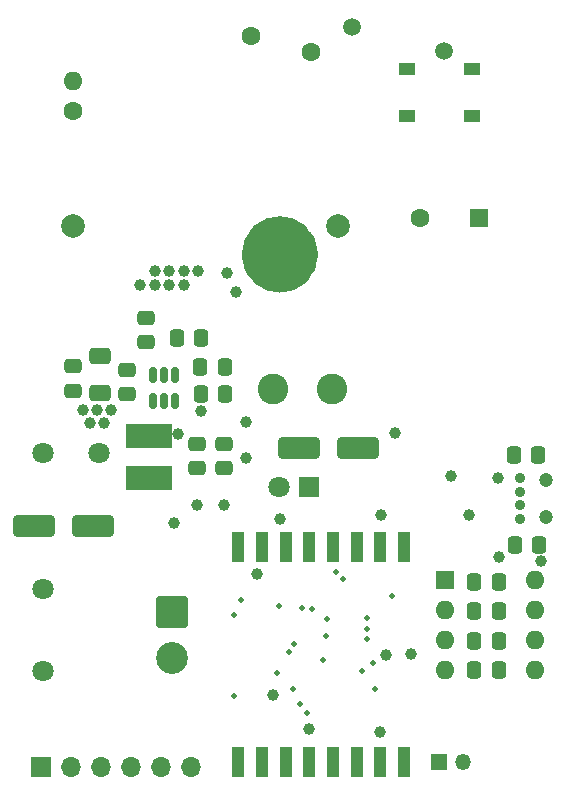
<source format=gbs>
%TF.GenerationSoftware,KiCad,Pcbnew,7.0.8*%
%TF.CreationDate,2024-01-23T00:11:49-05:00*%
%TF.ProjectId,RemoteOutlet,52656d6f-7465-44f7-9574-6c65742e6b69,rev?*%
%TF.SameCoordinates,Original*%
%TF.FileFunction,Soldermask,Bot*%
%TF.FilePolarity,Negative*%
%FSLAX46Y46*%
G04 Gerber Fmt 4.6, Leading zero omitted, Abs format (unit mm)*
G04 Created by KiCad (PCBNEW 7.0.8) date 2024-01-23 00:11:49*
%MOMM*%
%LPD*%
G01*
G04 APERTURE LIST*
G04 Aperture macros list*
%AMRoundRect*
0 Rectangle with rounded corners*
0 $1 Rounding radius*
0 $2 $3 $4 $5 $6 $7 $8 $9 X,Y pos of 4 corners*
0 Add a 4 corners polygon primitive as box body*
4,1,4,$2,$3,$4,$5,$6,$7,$8,$9,$2,$3,0*
0 Add four circle primitives for the rounded corners*
1,1,$1+$1,$2,$3*
1,1,$1+$1,$4,$5*
1,1,$1+$1,$6,$7*
1,1,$1+$1,$8,$9*
0 Add four rect primitives between the rounded corners*
20,1,$1+$1,$2,$3,$4,$5,0*
20,1,$1+$1,$4,$5,$6,$7,0*
20,1,$1+$1,$6,$7,$8,$9,0*
20,1,$1+$1,$8,$9,$2,$3,0*%
G04 Aperture macros list end*
%ADD10C,3.250000*%
%ADD11C,1.200000*%
%ADD12C,0.900000*%
%ADD13RoundRect,0.250001X-1.099999X1.099999X-1.099999X-1.099999X1.099999X-1.099999X1.099999X1.099999X0*%
%ADD14C,2.700000*%
%ADD15C,1.800000*%
%ADD16C,2.000000*%
%ADD17C,2.600000*%
%ADD18R,1.600000X1.600000*%
%ADD19C,1.600000*%
%ADD20RoundRect,0.150000X0.150000X-0.512500X0.150000X0.512500X-0.150000X0.512500X-0.150000X-0.512500X0*%
%ADD21R,1.000000X2.500000*%
%ADD22O,1.600000X1.600000*%
%ADD23RoundRect,0.250000X0.475000X-0.337500X0.475000X0.337500X-0.475000X0.337500X-0.475000X-0.337500X0*%
%ADD24RoundRect,0.250000X0.337500X0.475000X-0.337500X0.475000X-0.337500X-0.475000X0.337500X-0.475000X0*%
%ADD25RoundRect,0.250000X-0.337500X-0.475000X0.337500X-0.475000X0.337500X0.475000X-0.337500X0.475000X0*%
%ADD26R,4.000000X2.000000*%
%ADD27R,1.350000X1.350000*%
%ADD28O,1.350000X1.350000*%
%ADD29R,1.700000X1.700000*%
%ADD30O,1.700000X1.700000*%
%ADD31RoundRect,0.250000X-1.500000X-0.650000X1.500000X-0.650000X1.500000X0.650000X-1.500000X0.650000X0*%
%ADD32R,1.800000X1.800000*%
%ADD33RoundRect,0.250000X1.500000X0.650000X-1.500000X0.650000X-1.500000X-0.650000X1.500000X-0.650000X0*%
%ADD34R,1.450000X1.000000*%
%ADD35RoundRect,0.250000X0.650000X-0.412500X0.650000X0.412500X-0.650000X0.412500X-0.650000X-0.412500X0*%
%ADD36C,1.000000*%
%ADD37C,0.500000*%
%ADD38C,1.500000*%
G04 APERTURE END LIST*
D10*
X78125000Y-93600000D02*
G75*
G03*
X78125000Y-93600000I-1625000J0D01*
G01*
D11*
%TO.C,SW2*%
X99000000Y-112675000D03*
X99000000Y-115875000D03*
D12*
X96800000Y-113700000D03*
X96800000Y-112550000D03*
X96800000Y-116000000D03*
X96800000Y-114850000D03*
%TD*%
D13*
%TO.C,J3*%
X67400000Y-123840000D03*
D14*
X67400000Y-127800000D03*
%TD*%
D15*
%TO.C,K1*%
X56450000Y-121900000D03*
X56450000Y-128900000D03*
X56450000Y-110400000D03*
X61150000Y-110400000D03*
%TD*%
D16*
%TO.C,F1*%
X81450000Y-91200000D03*
X58950000Y-91200000D03*
%TD*%
D17*
%TO.C,L1*%
X80900000Y-104962500D03*
X75900000Y-104962500D03*
%TD*%
D18*
%TO.C,C1*%
X93402651Y-90500000D03*
D19*
X88402651Y-90500000D03*
%TD*%
D20*
%TO.C,U4*%
X67650000Y-103775000D03*
X66700000Y-103775000D03*
X65750000Y-103775000D03*
X65750000Y-106050000D03*
X66700000Y-106050000D03*
X67650000Y-106050000D03*
%TD*%
D21*
%TO.C,U2*%
X73000000Y-136600000D03*
X75000000Y-136600000D03*
X77000000Y-136600000D03*
X79000000Y-136600000D03*
X81000000Y-136600000D03*
X83000000Y-136600000D03*
X85000000Y-136600000D03*
X87000000Y-136600000D03*
X87000000Y-118400000D03*
X85000000Y-118400000D03*
X83000000Y-118400000D03*
X81000000Y-118400000D03*
X79000000Y-118400000D03*
X77000000Y-118400000D03*
X75000000Y-118400000D03*
X73000000Y-118400000D03*
%TD*%
D18*
%TO.C,SW1*%
X90500000Y-121200000D03*
D22*
X90500000Y-123740000D03*
X90500000Y-126280000D03*
X90500000Y-128820000D03*
X98120000Y-128820000D03*
X98120000Y-126280000D03*
X98120000Y-123740000D03*
X98120000Y-121200000D03*
%TD*%
D19*
%TO.C,RV1*%
X74100000Y-75150000D03*
X79100000Y-76450000D03*
%TD*%
D23*
%TO.C,R15*%
X65200000Y-98962500D03*
X65200000Y-101037500D03*
%TD*%
D24*
%TO.C,R14*%
X67762500Y-100650000D03*
X69837500Y-100650000D03*
%TD*%
D25*
%TO.C,R13*%
X71837500Y-103150000D03*
X69762500Y-103150000D03*
%TD*%
%TO.C,R12*%
X98400000Y-110600000D03*
X96325000Y-110600000D03*
%TD*%
D23*
%TO.C,R10*%
X59000000Y-103062500D03*
X59000000Y-105137500D03*
%TD*%
D19*
%TO.C,R9*%
X59000000Y-81500000D03*
D22*
X59000000Y-78960000D03*
%TD*%
D24*
%TO.C,R6*%
X95037500Y-121300000D03*
X92962500Y-121300000D03*
%TD*%
%TO.C,R5*%
X95037500Y-123800000D03*
X92962500Y-123800000D03*
%TD*%
%TO.C,R4*%
X95037500Y-126300000D03*
X92962500Y-126300000D03*
%TD*%
%TO.C,R3*%
X95037500Y-128800000D03*
X92962500Y-128800000D03*
%TD*%
D26*
%TO.C,L2*%
X65400000Y-112500000D03*
X65400000Y-109000000D03*
%TD*%
D27*
%TO.C,J2*%
X90000000Y-136600000D03*
D28*
X92000000Y-136600000D03*
%TD*%
D29*
%TO.C,J1*%
X56300000Y-137000000D03*
D30*
X58840000Y-137000000D03*
X61380000Y-137000000D03*
X63920000Y-137000000D03*
X66460000Y-137000000D03*
X69000000Y-137000000D03*
%TD*%
D31*
%TO.C,D6*%
X55700000Y-116600000D03*
X60700000Y-116600000D03*
%TD*%
D32*
%TO.C,D4*%
X78975000Y-113300000D03*
D15*
X76435000Y-113300000D03*
%TD*%
D33*
%TO.C,D3*%
X83100000Y-110000000D03*
X78100000Y-110000000D03*
%TD*%
D34*
%TO.C,D1*%
X92737500Y-81887500D03*
X92737500Y-77887500D03*
X87287500Y-81887500D03*
X87287500Y-77887500D03*
%TD*%
D25*
%TO.C,C16*%
X96400000Y-118200000D03*
X98475000Y-118200000D03*
%TD*%
D23*
%TO.C,C10*%
X69500000Y-109612500D03*
X69500000Y-111687500D03*
%TD*%
%TO.C,C8*%
X71800000Y-109612500D03*
X71800000Y-111687500D03*
%TD*%
D24*
%TO.C,C7*%
X69800000Y-105400000D03*
X71875000Y-105400000D03*
%TD*%
D23*
%TO.C,C6*%
X63600000Y-103362500D03*
X63600000Y-105437500D03*
%TD*%
D35*
%TO.C,C5*%
X61300000Y-102237500D03*
X61300000Y-105362500D03*
%TD*%
D36*
X60400000Y-107900000D03*
X61600000Y-107900000D03*
D37*
X80500000Y-124500000D03*
X84400000Y-128200000D03*
X84600000Y-130400000D03*
X77600000Y-130400000D03*
X76400000Y-123400000D03*
D36*
X91000000Y-112400000D03*
X71800000Y-114800000D03*
X98600000Y-119600000D03*
X67500000Y-116375500D03*
X87600000Y-127400000D03*
X85500000Y-127500000D03*
X95037500Y-119250000D03*
X95000000Y-112500000D03*
X92500000Y-115650000D03*
X76500000Y-116000000D03*
X85050000Y-115650000D03*
D37*
X76300000Y-129075500D03*
X77700000Y-126550000D03*
X77250000Y-127250000D03*
X83450000Y-128850000D03*
X80424500Y-125950000D03*
X83850000Y-126200000D03*
X83900000Y-125300000D03*
X83900000Y-124400000D03*
X81250000Y-120506233D03*
X81850000Y-121100000D03*
X80150000Y-127950000D03*
D36*
X75953249Y-130946751D03*
D37*
X72650000Y-131000000D03*
X72650000Y-124100000D03*
X78400000Y-123550000D03*
X78200000Y-131650000D03*
X78800000Y-132450000D03*
X79250000Y-123600000D03*
X73250000Y-122850000D03*
X86000000Y-122500000D03*
D36*
X61000000Y-106800000D03*
X62200000Y-106800000D03*
X59800000Y-106800000D03*
X85000000Y-134000000D03*
X79000000Y-133800000D03*
X74600000Y-120700000D03*
X79000000Y-133800000D03*
X69500000Y-114800000D03*
X72000000Y-95200000D03*
X72800000Y-96800000D03*
X69600000Y-95000000D03*
X65900000Y-95000000D03*
X67100000Y-95000000D03*
X68400000Y-95000000D03*
X68400000Y-96200000D03*
X67100000Y-96200000D03*
X65900000Y-96200000D03*
X64700000Y-96200000D03*
X73600000Y-107800000D03*
X73600000Y-110800000D03*
X67900000Y-108800000D03*
X69850000Y-106850000D03*
X86282134Y-108758614D03*
D38*
X90400000Y-76400000D03*
X82625000Y-74375000D03*
M02*

</source>
